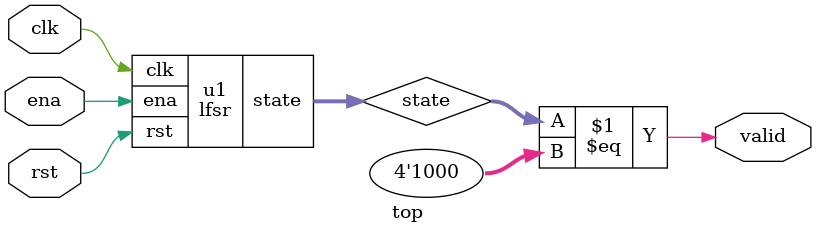
<source format=v>
module lfsr(clk, rst, ena, state);

	input clk, rst, ena;
	
	output [3:0] state;
	
	reg [3:0] state;
	
	always @(posedge rst or posedge clk) begin
	
		if (rst == 1) begin
		
			state <= 1;
			
		end else if (ena) begin
		
			state[3:1] <= state[2:0];
			
			state[0] <= state[2] ^ state[3];
		
		end
		
	end

endmodule

module top (clk, rst, ena, valid);

	input clk, rst, ena;
	
	output valid;
	
	wire [3:0] state;
	
	lfsr u1 (clk, rst, ena, state);
	
	assign valid = state == 8;
	
endmodule


</source>
